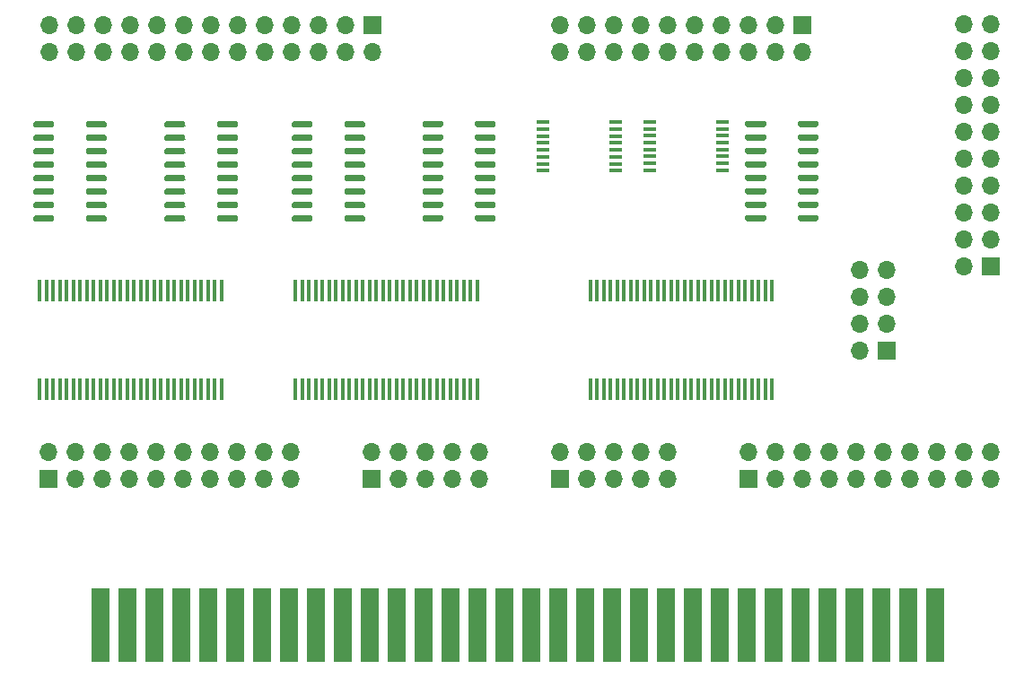
<source format=gts>
G04 #@! TF.GenerationSoftware,KiCad,Pcbnew,(5.1.12-1-10_14)*
G04 #@! TF.CreationDate,2022-01-01T14:19:29-07:00*
G04 #@! TF.ProjectId,GenMemBlock,47656e4d-656d-4426-9c6f-636b2e6b6963,rev?*
G04 #@! TF.SameCoordinates,Original*
G04 #@! TF.FileFunction,Soldermask,Top*
G04 #@! TF.FilePolarity,Negative*
%FSLAX46Y46*%
G04 Gerber Fmt 4.6, Leading zero omitted, Abs format (unit mm)*
G04 Created by KiCad (PCBNEW (5.1.12-1-10_14)) date 2022-01-01 14:19:29*
%MOMM*%
%LPD*%
G01*
G04 APERTURE LIST*
%ADD10O,1.700000X1.700000*%
%ADD11R,1.700000X1.700000*%
%ADD12R,1.778000X6.985000*%
%ADD13R,1.200000X0.400000*%
%ADD14R,0.406400X2.044700*%
G04 APERTURE END LIST*
D10*
X112268000Y-97282000D03*
X114808000Y-97282000D03*
X112268000Y-99822000D03*
X114808000Y-99822000D03*
X112268000Y-102362000D03*
X114808000Y-102362000D03*
X112268000Y-104902000D03*
D11*
X114808000Y-104902000D03*
D12*
X119380000Y-130810000D03*
X116840000Y-130810000D03*
X114300000Y-130810000D03*
X111760000Y-130810000D03*
X109220000Y-130810000D03*
X106680000Y-130810000D03*
X104140000Y-130810000D03*
X101600000Y-130810000D03*
X99060000Y-130810000D03*
X96520000Y-130810000D03*
X93980000Y-130810000D03*
X91440000Y-130810000D03*
X88900000Y-130810000D03*
X86360000Y-130810000D03*
X83820000Y-130810000D03*
X81280000Y-130810000D03*
X78740000Y-130810000D03*
X76200000Y-130810000D03*
X73660000Y-130810000D03*
X71120000Y-130810000D03*
X68580000Y-130810000D03*
X66040000Y-130810000D03*
X63500000Y-130810000D03*
X60960000Y-130810000D03*
X58420000Y-130810000D03*
X55880000Y-130810000D03*
X53340000Y-130810000D03*
X50800000Y-130810000D03*
X48260000Y-130810000D03*
X45720000Y-130810000D03*
X43180000Y-130810000D03*
X40640000Y-130810000D03*
D13*
X99309600Y-83335200D03*
X99309600Y-83985200D03*
X99309600Y-84635200D03*
X99309600Y-85285200D03*
X99309600Y-85935200D03*
X99309600Y-86585200D03*
X99309600Y-87235200D03*
X99309600Y-87885200D03*
X92409600Y-87885200D03*
X92409600Y-87235200D03*
X92409600Y-86585200D03*
X92409600Y-85935200D03*
X92409600Y-85285200D03*
X92409600Y-84635200D03*
X92409600Y-83985200D03*
X92409600Y-83335200D03*
X89200400Y-83373800D03*
X89200400Y-84023800D03*
X89200400Y-84673800D03*
X89200400Y-85323800D03*
X89200400Y-85973800D03*
X89200400Y-86623800D03*
X89200400Y-87273800D03*
X89200400Y-87923800D03*
X82300400Y-87923800D03*
X82300400Y-87273800D03*
X82300400Y-86623800D03*
X82300400Y-85973800D03*
X82300400Y-85323800D03*
X82300400Y-84673800D03*
X82300400Y-84023800D03*
X82300400Y-83373800D03*
D14*
X103944500Y-108553250D03*
X103309500Y-108553250D03*
X102674500Y-108553250D03*
X102039500Y-108553250D03*
X101404500Y-108553250D03*
X100769500Y-108553250D03*
X100134500Y-108553250D03*
X99499500Y-108553250D03*
X98864500Y-108553250D03*
X98229500Y-108553250D03*
X97594500Y-108553250D03*
X96959500Y-108553250D03*
X96324500Y-108553250D03*
X95689500Y-108553250D03*
X95054500Y-108553250D03*
X94419500Y-108553250D03*
X93784500Y-108553250D03*
X93149500Y-108553250D03*
X92514500Y-108553250D03*
X91879500Y-108553250D03*
X91244500Y-108553250D03*
X90609500Y-108553250D03*
X89974500Y-108553250D03*
X89339500Y-108553250D03*
X88704500Y-108553250D03*
X88069500Y-108553250D03*
X87434500Y-108553250D03*
X86799500Y-108553250D03*
X86799500Y-99218750D03*
X87434500Y-99218750D03*
X88069500Y-99218750D03*
X88704500Y-99218750D03*
X89339500Y-99218750D03*
X89974500Y-99218750D03*
X90609500Y-99218750D03*
X91244500Y-99218750D03*
X91879500Y-99218750D03*
X92514500Y-99218750D03*
X93149500Y-99218750D03*
X93784500Y-99218750D03*
X94419500Y-99218750D03*
X95054500Y-99218750D03*
X95689500Y-99218750D03*
X96324500Y-99218750D03*
X96959500Y-99218750D03*
X97594500Y-99218750D03*
X98229500Y-99218750D03*
X98864500Y-99218750D03*
X99499500Y-99218750D03*
X100134500Y-99218750D03*
X100769500Y-99218750D03*
X101404500Y-99218750D03*
X102039500Y-99218750D03*
X102674500Y-99218750D03*
X103309500Y-99218750D03*
X103944500Y-99218750D03*
X52006500Y-108553250D03*
X51371500Y-108553250D03*
X50736500Y-108553250D03*
X50101500Y-108553250D03*
X49466500Y-108553250D03*
X48831500Y-108553250D03*
X48196500Y-108553250D03*
X47561500Y-108553250D03*
X46926500Y-108553250D03*
X46291500Y-108553250D03*
X45656500Y-108553250D03*
X45021500Y-108553250D03*
X44386500Y-108553250D03*
X43751500Y-108553250D03*
X43116500Y-108553250D03*
X42481500Y-108553250D03*
X41846500Y-108553250D03*
X41211500Y-108553250D03*
X40576500Y-108553250D03*
X39941500Y-108553250D03*
X39306500Y-108553250D03*
X38671500Y-108553250D03*
X38036500Y-108553250D03*
X37401500Y-108553250D03*
X36766500Y-108553250D03*
X36131500Y-108553250D03*
X35496500Y-108553250D03*
X34861500Y-108553250D03*
X34861500Y-99218750D03*
X35496500Y-99218750D03*
X36131500Y-99218750D03*
X36766500Y-99218750D03*
X37401500Y-99218750D03*
X38036500Y-99218750D03*
X38671500Y-99218750D03*
X39306500Y-99218750D03*
X39941500Y-99218750D03*
X40576500Y-99218750D03*
X41211500Y-99218750D03*
X41846500Y-99218750D03*
X42481500Y-99218750D03*
X43116500Y-99218750D03*
X43751500Y-99218750D03*
X44386500Y-99218750D03*
X45021500Y-99218750D03*
X45656500Y-99218750D03*
X46291500Y-99218750D03*
X46926500Y-99218750D03*
X47561500Y-99218750D03*
X48196500Y-99218750D03*
X48831500Y-99218750D03*
X49466500Y-99218750D03*
X50101500Y-99218750D03*
X50736500Y-99218750D03*
X51371500Y-99218750D03*
X52006500Y-99218750D03*
X76139900Y-108553250D03*
X75504900Y-108553250D03*
X74869900Y-108553250D03*
X74234900Y-108553250D03*
X73599900Y-108553250D03*
X72964900Y-108553250D03*
X72329900Y-108553250D03*
X71694900Y-108553250D03*
X71059900Y-108553250D03*
X70424900Y-108553250D03*
X69789900Y-108553250D03*
X69154900Y-108553250D03*
X68519900Y-108553250D03*
X67884900Y-108553250D03*
X67249900Y-108553250D03*
X66614900Y-108553250D03*
X65979900Y-108553250D03*
X65344900Y-108553250D03*
X64709900Y-108553250D03*
X64074900Y-108553250D03*
X63439900Y-108553250D03*
X62804900Y-108553250D03*
X62169900Y-108553250D03*
X61534900Y-108553250D03*
X60899900Y-108553250D03*
X60264900Y-108553250D03*
X59629900Y-108553250D03*
X58994900Y-108553250D03*
X58994900Y-99218750D03*
X59629900Y-99218750D03*
X60264900Y-99218750D03*
X60899900Y-99218750D03*
X61534900Y-99218750D03*
X62169900Y-99218750D03*
X62804900Y-99218750D03*
X63439900Y-99218750D03*
X64074900Y-99218750D03*
X64709900Y-99218750D03*
X65344900Y-99218750D03*
X65979900Y-99218750D03*
X66614900Y-99218750D03*
X67249900Y-99218750D03*
X67884900Y-99218750D03*
X68519900Y-99218750D03*
X69154900Y-99218750D03*
X69789900Y-99218750D03*
X70424900Y-99218750D03*
X71059900Y-99218750D03*
X71694900Y-99218750D03*
X72329900Y-99218750D03*
X72964900Y-99218750D03*
X73599900Y-99218750D03*
X74234900Y-99218750D03*
X74869900Y-99218750D03*
X75504900Y-99218750D03*
X76139900Y-99218750D03*
D10*
X35789000Y-76690000D03*
X35789000Y-74150000D03*
X38329000Y-76690000D03*
X38329000Y-74150000D03*
X40869000Y-76690000D03*
X40869000Y-74150000D03*
X43409000Y-76690000D03*
X43409000Y-74150000D03*
X45949000Y-76690000D03*
X45949000Y-74150000D03*
X48489000Y-76690000D03*
X48489000Y-74150000D03*
X51029000Y-76690000D03*
X51029000Y-74150000D03*
X53569000Y-76690000D03*
X53569000Y-74150000D03*
X56109000Y-76690000D03*
X56109000Y-74150000D03*
X58649000Y-76690000D03*
X58649000Y-74150000D03*
X61189000Y-76690000D03*
X61189000Y-74150000D03*
X63729000Y-76690000D03*
X63729000Y-74150000D03*
X66269000Y-76690000D03*
D11*
X66269000Y-74150000D03*
D10*
X76327000Y-114503200D03*
X76327000Y-117043200D03*
X73787000Y-114503200D03*
X73787000Y-117043200D03*
X71247000Y-114503200D03*
X71247000Y-117043200D03*
X68707000Y-114503200D03*
X68707000Y-117043200D03*
X66167000Y-114503200D03*
D11*
X66167000Y-117043200D03*
D10*
X94107000Y-114503200D03*
X94107000Y-117043200D03*
X91567000Y-114503200D03*
X91567000Y-117043200D03*
X89027000Y-114503200D03*
X89027000Y-117043200D03*
X86487000Y-114503200D03*
X86487000Y-117043200D03*
X83947000Y-114503200D03*
D11*
X83947000Y-117043200D03*
D10*
X124587000Y-114503200D03*
X124587000Y-117043200D03*
X122047000Y-114503200D03*
X122047000Y-117043200D03*
X119507000Y-114503200D03*
X119507000Y-117043200D03*
X116967000Y-114503200D03*
X116967000Y-117043200D03*
X114427000Y-114503200D03*
X114427000Y-117043200D03*
X111887000Y-114503200D03*
X111887000Y-117043200D03*
X109347000Y-114503200D03*
X109347000Y-117043200D03*
X106807000Y-114503200D03*
X106807000Y-117043200D03*
X104267000Y-114503200D03*
X104267000Y-117043200D03*
X101727000Y-114503200D03*
D11*
X101727000Y-117043200D03*
D10*
X58572400Y-114503200D03*
X58572400Y-117043200D03*
X56032400Y-114503200D03*
X56032400Y-117043200D03*
X53492400Y-114503200D03*
X53492400Y-117043200D03*
X50952400Y-114503200D03*
X50952400Y-117043200D03*
X48412400Y-114503200D03*
X48412400Y-117043200D03*
X45872400Y-114503200D03*
X45872400Y-117043200D03*
X43332400Y-114503200D03*
X43332400Y-117043200D03*
X40792400Y-114503200D03*
X40792400Y-117043200D03*
X38252400Y-114503200D03*
X38252400Y-117043200D03*
X35712400Y-114503200D03*
D11*
X35712400Y-117043200D03*
D10*
X83921600Y-76690000D03*
X83921600Y-74150000D03*
X86461600Y-76690000D03*
X86461600Y-74150000D03*
X89001600Y-76690000D03*
X89001600Y-74150000D03*
X91541600Y-76690000D03*
X91541600Y-74150000D03*
X94081600Y-76690000D03*
X94081600Y-74150000D03*
X96621600Y-76690000D03*
X96621600Y-74150000D03*
X99161600Y-76690000D03*
X99161600Y-74150000D03*
X101701600Y-76690000D03*
X101701600Y-74150000D03*
X104241600Y-76690000D03*
X104241600Y-74150000D03*
X106781600Y-76690000D03*
D11*
X106781600Y-74150000D03*
D10*
X122037000Y-74140000D03*
X124577000Y-74140000D03*
X122037000Y-76680000D03*
X124577000Y-76680000D03*
X122037000Y-79220000D03*
X124577000Y-79220000D03*
X122037000Y-81760000D03*
X124577000Y-81760000D03*
X122037000Y-84300000D03*
X124577000Y-84300000D03*
X122037000Y-86840000D03*
X124577000Y-86840000D03*
X122037000Y-89380000D03*
X124577000Y-89380000D03*
X122037000Y-91920000D03*
X124577000Y-91920000D03*
X122037000Y-94460000D03*
X124577000Y-94460000D03*
X122037000Y-97000000D03*
D11*
X124577000Y-97000000D03*
G36*
G01*
X39219000Y-83716000D02*
X39219000Y-83416000D01*
G75*
G02*
X39369000Y-83266000I150000J0D01*
G01*
X41019000Y-83266000D01*
G75*
G02*
X41169000Y-83416000I0J-150000D01*
G01*
X41169000Y-83716000D01*
G75*
G02*
X41019000Y-83866000I-150000J0D01*
G01*
X39369000Y-83866000D01*
G75*
G02*
X39219000Y-83716000I0J150000D01*
G01*
G37*
G36*
G01*
X39219000Y-84986000D02*
X39219000Y-84686000D01*
G75*
G02*
X39369000Y-84536000I150000J0D01*
G01*
X41019000Y-84536000D01*
G75*
G02*
X41169000Y-84686000I0J-150000D01*
G01*
X41169000Y-84986000D01*
G75*
G02*
X41019000Y-85136000I-150000J0D01*
G01*
X39369000Y-85136000D01*
G75*
G02*
X39219000Y-84986000I0J150000D01*
G01*
G37*
G36*
G01*
X39219000Y-86256000D02*
X39219000Y-85956000D01*
G75*
G02*
X39369000Y-85806000I150000J0D01*
G01*
X41019000Y-85806000D01*
G75*
G02*
X41169000Y-85956000I0J-150000D01*
G01*
X41169000Y-86256000D01*
G75*
G02*
X41019000Y-86406000I-150000J0D01*
G01*
X39369000Y-86406000D01*
G75*
G02*
X39219000Y-86256000I0J150000D01*
G01*
G37*
G36*
G01*
X39219000Y-87526000D02*
X39219000Y-87226000D01*
G75*
G02*
X39369000Y-87076000I150000J0D01*
G01*
X41019000Y-87076000D01*
G75*
G02*
X41169000Y-87226000I0J-150000D01*
G01*
X41169000Y-87526000D01*
G75*
G02*
X41019000Y-87676000I-150000J0D01*
G01*
X39369000Y-87676000D01*
G75*
G02*
X39219000Y-87526000I0J150000D01*
G01*
G37*
G36*
G01*
X39219000Y-88796000D02*
X39219000Y-88496000D01*
G75*
G02*
X39369000Y-88346000I150000J0D01*
G01*
X41019000Y-88346000D01*
G75*
G02*
X41169000Y-88496000I0J-150000D01*
G01*
X41169000Y-88796000D01*
G75*
G02*
X41019000Y-88946000I-150000J0D01*
G01*
X39369000Y-88946000D01*
G75*
G02*
X39219000Y-88796000I0J150000D01*
G01*
G37*
G36*
G01*
X39219000Y-90066000D02*
X39219000Y-89766000D01*
G75*
G02*
X39369000Y-89616000I150000J0D01*
G01*
X41019000Y-89616000D01*
G75*
G02*
X41169000Y-89766000I0J-150000D01*
G01*
X41169000Y-90066000D01*
G75*
G02*
X41019000Y-90216000I-150000J0D01*
G01*
X39369000Y-90216000D01*
G75*
G02*
X39219000Y-90066000I0J150000D01*
G01*
G37*
G36*
G01*
X39219000Y-91336000D02*
X39219000Y-91036000D01*
G75*
G02*
X39369000Y-90886000I150000J0D01*
G01*
X41019000Y-90886000D01*
G75*
G02*
X41169000Y-91036000I0J-150000D01*
G01*
X41169000Y-91336000D01*
G75*
G02*
X41019000Y-91486000I-150000J0D01*
G01*
X39369000Y-91486000D01*
G75*
G02*
X39219000Y-91336000I0J150000D01*
G01*
G37*
G36*
G01*
X39219000Y-92606000D02*
X39219000Y-92306000D01*
G75*
G02*
X39369000Y-92156000I150000J0D01*
G01*
X41019000Y-92156000D01*
G75*
G02*
X41169000Y-92306000I0J-150000D01*
G01*
X41169000Y-92606000D01*
G75*
G02*
X41019000Y-92756000I-150000J0D01*
G01*
X39369000Y-92756000D01*
G75*
G02*
X39219000Y-92606000I0J150000D01*
G01*
G37*
G36*
G01*
X34269000Y-92606000D02*
X34269000Y-92306000D01*
G75*
G02*
X34419000Y-92156000I150000J0D01*
G01*
X36069000Y-92156000D01*
G75*
G02*
X36219000Y-92306000I0J-150000D01*
G01*
X36219000Y-92606000D01*
G75*
G02*
X36069000Y-92756000I-150000J0D01*
G01*
X34419000Y-92756000D01*
G75*
G02*
X34269000Y-92606000I0J150000D01*
G01*
G37*
G36*
G01*
X34269000Y-91336000D02*
X34269000Y-91036000D01*
G75*
G02*
X34419000Y-90886000I150000J0D01*
G01*
X36069000Y-90886000D01*
G75*
G02*
X36219000Y-91036000I0J-150000D01*
G01*
X36219000Y-91336000D01*
G75*
G02*
X36069000Y-91486000I-150000J0D01*
G01*
X34419000Y-91486000D01*
G75*
G02*
X34269000Y-91336000I0J150000D01*
G01*
G37*
G36*
G01*
X34269000Y-90066000D02*
X34269000Y-89766000D01*
G75*
G02*
X34419000Y-89616000I150000J0D01*
G01*
X36069000Y-89616000D01*
G75*
G02*
X36219000Y-89766000I0J-150000D01*
G01*
X36219000Y-90066000D01*
G75*
G02*
X36069000Y-90216000I-150000J0D01*
G01*
X34419000Y-90216000D01*
G75*
G02*
X34269000Y-90066000I0J150000D01*
G01*
G37*
G36*
G01*
X34269000Y-88796000D02*
X34269000Y-88496000D01*
G75*
G02*
X34419000Y-88346000I150000J0D01*
G01*
X36069000Y-88346000D01*
G75*
G02*
X36219000Y-88496000I0J-150000D01*
G01*
X36219000Y-88796000D01*
G75*
G02*
X36069000Y-88946000I-150000J0D01*
G01*
X34419000Y-88946000D01*
G75*
G02*
X34269000Y-88796000I0J150000D01*
G01*
G37*
G36*
G01*
X34269000Y-87526000D02*
X34269000Y-87226000D01*
G75*
G02*
X34419000Y-87076000I150000J0D01*
G01*
X36069000Y-87076000D01*
G75*
G02*
X36219000Y-87226000I0J-150000D01*
G01*
X36219000Y-87526000D01*
G75*
G02*
X36069000Y-87676000I-150000J0D01*
G01*
X34419000Y-87676000D01*
G75*
G02*
X34269000Y-87526000I0J150000D01*
G01*
G37*
G36*
G01*
X34269000Y-86256000D02*
X34269000Y-85956000D01*
G75*
G02*
X34419000Y-85806000I150000J0D01*
G01*
X36069000Y-85806000D01*
G75*
G02*
X36219000Y-85956000I0J-150000D01*
G01*
X36219000Y-86256000D01*
G75*
G02*
X36069000Y-86406000I-150000J0D01*
G01*
X34419000Y-86406000D01*
G75*
G02*
X34269000Y-86256000I0J150000D01*
G01*
G37*
G36*
G01*
X34269000Y-84986000D02*
X34269000Y-84686000D01*
G75*
G02*
X34419000Y-84536000I150000J0D01*
G01*
X36069000Y-84536000D01*
G75*
G02*
X36219000Y-84686000I0J-150000D01*
G01*
X36219000Y-84986000D01*
G75*
G02*
X36069000Y-85136000I-150000J0D01*
G01*
X34419000Y-85136000D01*
G75*
G02*
X34269000Y-84986000I0J150000D01*
G01*
G37*
G36*
G01*
X34269000Y-83716000D02*
X34269000Y-83416000D01*
G75*
G02*
X34419000Y-83266000I150000J0D01*
G01*
X36069000Y-83266000D01*
G75*
G02*
X36219000Y-83416000I0J-150000D01*
G01*
X36219000Y-83716000D01*
G75*
G02*
X36069000Y-83866000I-150000J0D01*
G01*
X34419000Y-83866000D01*
G75*
G02*
X34269000Y-83716000I0J150000D01*
G01*
G37*
G36*
G01*
X63615700Y-83716000D02*
X63615700Y-83416000D01*
G75*
G02*
X63765700Y-83266000I150000J0D01*
G01*
X65415700Y-83266000D01*
G75*
G02*
X65565700Y-83416000I0J-150000D01*
G01*
X65565700Y-83716000D01*
G75*
G02*
X65415700Y-83866000I-150000J0D01*
G01*
X63765700Y-83866000D01*
G75*
G02*
X63615700Y-83716000I0J150000D01*
G01*
G37*
G36*
G01*
X63615700Y-84986000D02*
X63615700Y-84686000D01*
G75*
G02*
X63765700Y-84536000I150000J0D01*
G01*
X65415700Y-84536000D01*
G75*
G02*
X65565700Y-84686000I0J-150000D01*
G01*
X65565700Y-84986000D01*
G75*
G02*
X65415700Y-85136000I-150000J0D01*
G01*
X63765700Y-85136000D01*
G75*
G02*
X63615700Y-84986000I0J150000D01*
G01*
G37*
G36*
G01*
X63615700Y-86256000D02*
X63615700Y-85956000D01*
G75*
G02*
X63765700Y-85806000I150000J0D01*
G01*
X65415700Y-85806000D01*
G75*
G02*
X65565700Y-85956000I0J-150000D01*
G01*
X65565700Y-86256000D01*
G75*
G02*
X65415700Y-86406000I-150000J0D01*
G01*
X63765700Y-86406000D01*
G75*
G02*
X63615700Y-86256000I0J150000D01*
G01*
G37*
G36*
G01*
X63615700Y-87526000D02*
X63615700Y-87226000D01*
G75*
G02*
X63765700Y-87076000I150000J0D01*
G01*
X65415700Y-87076000D01*
G75*
G02*
X65565700Y-87226000I0J-150000D01*
G01*
X65565700Y-87526000D01*
G75*
G02*
X65415700Y-87676000I-150000J0D01*
G01*
X63765700Y-87676000D01*
G75*
G02*
X63615700Y-87526000I0J150000D01*
G01*
G37*
G36*
G01*
X63615700Y-88796000D02*
X63615700Y-88496000D01*
G75*
G02*
X63765700Y-88346000I150000J0D01*
G01*
X65415700Y-88346000D01*
G75*
G02*
X65565700Y-88496000I0J-150000D01*
G01*
X65565700Y-88796000D01*
G75*
G02*
X65415700Y-88946000I-150000J0D01*
G01*
X63765700Y-88946000D01*
G75*
G02*
X63615700Y-88796000I0J150000D01*
G01*
G37*
G36*
G01*
X63615700Y-90066000D02*
X63615700Y-89766000D01*
G75*
G02*
X63765700Y-89616000I150000J0D01*
G01*
X65415700Y-89616000D01*
G75*
G02*
X65565700Y-89766000I0J-150000D01*
G01*
X65565700Y-90066000D01*
G75*
G02*
X65415700Y-90216000I-150000J0D01*
G01*
X63765700Y-90216000D01*
G75*
G02*
X63615700Y-90066000I0J150000D01*
G01*
G37*
G36*
G01*
X63615700Y-91336000D02*
X63615700Y-91036000D01*
G75*
G02*
X63765700Y-90886000I150000J0D01*
G01*
X65415700Y-90886000D01*
G75*
G02*
X65565700Y-91036000I0J-150000D01*
G01*
X65565700Y-91336000D01*
G75*
G02*
X65415700Y-91486000I-150000J0D01*
G01*
X63765700Y-91486000D01*
G75*
G02*
X63615700Y-91336000I0J150000D01*
G01*
G37*
G36*
G01*
X63615700Y-92606000D02*
X63615700Y-92306000D01*
G75*
G02*
X63765700Y-92156000I150000J0D01*
G01*
X65415700Y-92156000D01*
G75*
G02*
X65565700Y-92306000I0J-150000D01*
G01*
X65565700Y-92606000D01*
G75*
G02*
X65415700Y-92756000I-150000J0D01*
G01*
X63765700Y-92756000D01*
G75*
G02*
X63615700Y-92606000I0J150000D01*
G01*
G37*
G36*
G01*
X58665700Y-92606000D02*
X58665700Y-92306000D01*
G75*
G02*
X58815700Y-92156000I150000J0D01*
G01*
X60465700Y-92156000D01*
G75*
G02*
X60615700Y-92306000I0J-150000D01*
G01*
X60615700Y-92606000D01*
G75*
G02*
X60465700Y-92756000I-150000J0D01*
G01*
X58815700Y-92756000D01*
G75*
G02*
X58665700Y-92606000I0J150000D01*
G01*
G37*
G36*
G01*
X58665700Y-91336000D02*
X58665700Y-91036000D01*
G75*
G02*
X58815700Y-90886000I150000J0D01*
G01*
X60465700Y-90886000D01*
G75*
G02*
X60615700Y-91036000I0J-150000D01*
G01*
X60615700Y-91336000D01*
G75*
G02*
X60465700Y-91486000I-150000J0D01*
G01*
X58815700Y-91486000D01*
G75*
G02*
X58665700Y-91336000I0J150000D01*
G01*
G37*
G36*
G01*
X58665700Y-90066000D02*
X58665700Y-89766000D01*
G75*
G02*
X58815700Y-89616000I150000J0D01*
G01*
X60465700Y-89616000D01*
G75*
G02*
X60615700Y-89766000I0J-150000D01*
G01*
X60615700Y-90066000D01*
G75*
G02*
X60465700Y-90216000I-150000J0D01*
G01*
X58815700Y-90216000D01*
G75*
G02*
X58665700Y-90066000I0J150000D01*
G01*
G37*
G36*
G01*
X58665700Y-88796000D02*
X58665700Y-88496000D01*
G75*
G02*
X58815700Y-88346000I150000J0D01*
G01*
X60465700Y-88346000D01*
G75*
G02*
X60615700Y-88496000I0J-150000D01*
G01*
X60615700Y-88796000D01*
G75*
G02*
X60465700Y-88946000I-150000J0D01*
G01*
X58815700Y-88946000D01*
G75*
G02*
X58665700Y-88796000I0J150000D01*
G01*
G37*
G36*
G01*
X58665700Y-87526000D02*
X58665700Y-87226000D01*
G75*
G02*
X58815700Y-87076000I150000J0D01*
G01*
X60465700Y-87076000D01*
G75*
G02*
X60615700Y-87226000I0J-150000D01*
G01*
X60615700Y-87526000D01*
G75*
G02*
X60465700Y-87676000I-150000J0D01*
G01*
X58815700Y-87676000D01*
G75*
G02*
X58665700Y-87526000I0J150000D01*
G01*
G37*
G36*
G01*
X58665700Y-86256000D02*
X58665700Y-85956000D01*
G75*
G02*
X58815700Y-85806000I150000J0D01*
G01*
X60465700Y-85806000D01*
G75*
G02*
X60615700Y-85956000I0J-150000D01*
G01*
X60615700Y-86256000D01*
G75*
G02*
X60465700Y-86406000I-150000J0D01*
G01*
X58815700Y-86406000D01*
G75*
G02*
X58665700Y-86256000I0J150000D01*
G01*
G37*
G36*
G01*
X58665700Y-84986000D02*
X58665700Y-84686000D01*
G75*
G02*
X58815700Y-84536000I150000J0D01*
G01*
X60465700Y-84536000D01*
G75*
G02*
X60615700Y-84686000I0J-150000D01*
G01*
X60615700Y-84986000D01*
G75*
G02*
X60465700Y-85136000I-150000J0D01*
G01*
X58815700Y-85136000D01*
G75*
G02*
X58665700Y-84986000I0J150000D01*
G01*
G37*
G36*
G01*
X58665700Y-83716000D02*
X58665700Y-83416000D01*
G75*
G02*
X58815700Y-83266000I150000J0D01*
G01*
X60465700Y-83266000D01*
G75*
G02*
X60615700Y-83416000I0J-150000D01*
G01*
X60615700Y-83716000D01*
G75*
G02*
X60465700Y-83866000I-150000J0D01*
G01*
X58815700Y-83866000D01*
G75*
G02*
X58665700Y-83716000I0J150000D01*
G01*
G37*
G36*
G01*
X51601500Y-83716000D02*
X51601500Y-83416000D01*
G75*
G02*
X51751500Y-83266000I150000J0D01*
G01*
X53401500Y-83266000D01*
G75*
G02*
X53551500Y-83416000I0J-150000D01*
G01*
X53551500Y-83716000D01*
G75*
G02*
X53401500Y-83866000I-150000J0D01*
G01*
X51751500Y-83866000D01*
G75*
G02*
X51601500Y-83716000I0J150000D01*
G01*
G37*
G36*
G01*
X51601500Y-84986000D02*
X51601500Y-84686000D01*
G75*
G02*
X51751500Y-84536000I150000J0D01*
G01*
X53401500Y-84536000D01*
G75*
G02*
X53551500Y-84686000I0J-150000D01*
G01*
X53551500Y-84986000D01*
G75*
G02*
X53401500Y-85136000I-150000J0D01*
G01*
X51751500Y-85136000D01*
G75*
G02*
X51601500Y-84986000I0J150000D01*
G01*
G37*
G36*
G01*
X51601500Y-86256000D02*
X51601500Y-85956000D01*
G75*
G02*
X51751500Y-85806000I150000J0D01*
G01*
X53401500Y-85806000D01*
G75*
G02*
X53551500Y-85956000I0J-150000D01*
G01*
X53551500Y-86256000D01*
G75*
G02*
X53401500Y-86406000I-150000J0D01*
G01*
X51751500Y-86406000D01*
G75*
G02*
X51601500Y-86256000I0J150000D01*
G01*
G37*
G36*
G01*
X51601500Y-87526000D02*
X51601500Y-87226000D01*
G75*
G02*
X51751500Y-87076000I150000J0D01*
G01*
X53401500Y-87076000D01*
G75*
G02*
X53551500Y-87226000I0J-150000D01*
G01*
X53551500Y-87526000D01*
G75*
G02*
X53401500Y-87676000I-150000J0D01*
G01*
X51751500Y-87676000D01*
G75*
G02*
X51601500Y-87526000I0J150000D01*
G01*
G37*
G36*
G01*
X51601500Y-88796000D02*
X51601500Y-88496000D01*
G75*
G02*
X51751500Y-88346000I150000J0D01*
G01*
X53401500Y-88346000D01*
G75*
G02*
X53551500Y-88496000I0J-150000D01*
G01*
X53551500Y-88796000D01*
G75*
G02*
X53401500Y-88946000I-150000J0D01*
G01*
X51751500Y-88946000D01*
G75*
G02*
X51601500Y-88796000I0J150000D01*
G01*
G37*
G36*
G01*
X51601500Y-90066000D02*
X51601500Y-89766000D01*
G75*
G02*
X51751500Y-89616000I150000J0D01*
G01*
X53401500Y-89616000D01*
G75*
G02*
X53551500Y-89766000I0J-150000D01*
G01*
X53551500Y-90066000D01*
G75*
G02*
X53401500Y-90216000I-150000J0D01*
G01*
X51751500Y-90216000D01*
G75*
G02*
X51601500Y-90066000I0J150000D01*
G01*
G37*
G36*
G01*
X51601500Y-91336000D02*
X51601500Y-91036000D01*
G75*
G02*
X51751500Y-90886000I150000J0D01*
G01*
X53401500Y-90886000D01*
G75*
G02*
X53551500Y-91036000I0J-150000D01*
G01*
X53551500Y-91336000D01*
G75*
G02*
X53401500Y-91486000I-150000J0D01*
G01*
X51751500Y-91486000D01*
G75*
G02*
X51601500Y-91336000I0J150000D01*
G01*
G37*
G36*
G01*
X51601500Y-92606000D02*
X51601500Y-92306000D01*
G75*
G02*
X51751500Y-92156000I150000J0D01*
G01*
X53401500Y-92156000D01*
G75*
G02*
X53551500Y-92306000I0J-150000D01*
G01*
X53551500Y-92606000D01*
G75*
G02*
X53401500Y-92756000I-150000J0D01*
G01*
X51751500Y-92756000D01*
G75*
G02*
X51601500Y-92606000I0J150000D01*
G01*
G37*
G36*
G01*
X46651500Y-92606000D02*
X46651500Y-92306000D01*
G75*
G02*
X46801500Y-92156000I150000J0D01*
G01*
X48451500Y-92156000D01*
G75*
G02*
X48601500Y-92306000I0J-150000D01*
G01*
X48601500Y-92606000D01*
G75*
G02*
X48451500Y-92756000I-150000J0D01*
G01*
X46801500Y-92756000D01*
G75*
G02*
X46651500Y-92606000I0J150000D01*
G01*
G37*
G36*
G01*
X46651500Y-91336000D02*
X46651500Y-91036000D01*
G75*
G02*
X46801500Y-90886000I150000J0D01*
G01*
X48451500Y-90886000D01*
G75*
G02*
X48601500Y-91036000I0J-150000D01*
G01*
X48601500Y-91336000D01*
G75*
G02*
X48451500Y-91486000I-150000J0D01*
G01*
X46801500Y-91486000D01*
G75*
G02*
X46651500Y-91336000I0J150000D01*
G01*
G37*
G36*
G01*
X46651500Y-90066000D02*
X46651500Y-89766000D01*
G75*
G02*
X46801500Y-89616000I150000J0D01*
G01*
X48451500Y-89616000D01*
G75*
G02*
X48601500Y-89766000I0J-150000D01*
G01*
X48601500Y-90066000D01*
G75*
G02*
X48451500Y-90216000I-150000J0D01*
G01*
X46801500Y-90216000D01*
G75*
G02*
X46651500Y-90066000I0J150000D01*
G01*
G37*
G36*
G01*
X46651500Y-88796000D02*
X46651500Y-88496000D01*
G75*
G02*
X46801500Y-88346000I150000J0D01*
G01*
X48451500Y-88346000D01*
G75*
G02*
X48601500Y-88496000I0J-150000D01*
G01*
X48601500Y-88796000D01*
G75*
G02*
X48451500Y-88946000I-150000J0D01*
G01*
X46801500Y-88946000D01*
G75*
G02*
X46651500Y-88796000I0J150000D01*
G01*
G37*
G36*
G01*
X46651500Y-87526000D02*
X46651500Y-87226000D01*
G75*
G02*
X46801500Y-87076000I150000J0D01*
G01*
X48451500Y-87076000D01*
G75*
G02*
X48601500Y-87226000I0J-150000D01*
G01*
X48601500Y-87526000D01*
G75*
G02*
X48451500Y-87676000I-150000J0D01*
G01*
X46801500Y-87676000D01*
G75*
G02*
X46651500Y-87526000I0J150000D01*
G01*
G37*
G36*
G01*
X46651500Y-86256000D02*
X46651500Y-85956000D01*
G75*
G02*
X46801500Y-85806000I150000J0D01*
G01*
X48451500Y-85806000D01*
G75*
G02*
X48601500Y-85956000I0J-150000D01*
G01*
X48601500Y-86256000D01*
G75*
G02*
X48451500Y-86406000I-150000J0D01*
G01*
X46801500Y-86406000D01*
G75*
G02*
X46651500Y-86256000I0J150000D01*
G01*
G37*
G36*
G01*
X46651500Y-84986000D02*
X46651500Y-84686000D01*
G75*
G02*
X46801500Y-84536000I150000J0D01*
G01*
X48451500Y-84536000D01*
G75*
G02*
X48601500Y-84686000I0J-150000D01*
G01*
X48601500Y-84986000D01*
G75*
G02*
X48451500Y-85136000I-150000J0D01*
G01*
X46801500Y-85136000D01*
G75*
G02*
X46651500Y-84986000I0J150000D01*
G01*
G37*
G36*
G01*
X46651500Y-83716000D02*
X46651500Y-83416000D01*
G75*
G02*
X46801500Y-83266000I150000J0D01*
G01*
X48451500Y-83266000D01*
G75*
G02*
X48601500Y-83416000I0J-150000D01*
G01*
X48601500Y-83716000D01*
G75*
G02*
X48451500Y-83866000I-150000J0D01*
G01*
X46801500Y-83866000D01*
G75*
G02*
X46651500Y-83716000I0J150000D01*
G01*
G37*
G36*
G01*
X75922000Y-83665200D02*
X75922000Y-83365200D01*
G75*
G02*
X76072000Y-83215200I150000J0D01*
G01*
X77722000Y-83215200D01*
G75*
G02*
X77872000Y-83365200I0J-150000D01*
G01*
X77872000Y-83665200D01*
G75*
G02*
X77722000Y-83815200I-150000J0D01*
G01*
X76072000Y-83815200D01*
G75*
G02*
X75922000Y-83665200I0J150000D01*
G01*
G37*
G36*
G01*
X75922000Y-84935200D02*
X75922000Y-84635200D01*
G75*
G02*
X76072000Y-84485200I150000J0D01*
G01*
X77722000Y-84485200D01*
G75*
G02*
X77872000Y-84635200I0J-150000D01*
G01*
X77872000Y-84935200D01*
G75*
G02*
X77722000Y-85085200I-150000J0D01*
G01*
X76072000Y-85085200D01*
G75*
G02*
X75922000Y-84935200I0J150000D01*
G01*
G37*
G36*
G01*
X75922000Y-86205200D02*
X75922000Y-85905200D01*
G75*
G02*
X76072000Y-85755200I150000J0D01*
G01*
X77722000Y-85755200D01*
G75*
G02*
X77872000Y-85905200I0J-150000D01*
G01*
X77872000Y-86205200D01*
G75*
G02*
X77722000Y-86355200I-150000J0D01*
G01*
X76072000Y-86355200D01*
G75*
G02*
X75922000Y-86205200I0J150000D01*
G01*
G37*
G36*
G01*
X75922000Y-87475200D02*
X75922000Y-87175200D01*
G75*
G02*
X76072000Y-87025200I150000J0D01*
G01*
X77722000Y-87025200D01*
G75*
G02*
X77872000Y-87175200I0J-150000D01*
G01*
X77872000Y-87475200D01*
G75*
G02*
X77722000Y-87625200I-150000J0D01*
G01*
X76072000Y-87625200D01*
G75*
G02*
X75922000Y-87475200I0J150000D01*
G01*
G37*
G36*
G01*
X75922000Y-88745200D02*
X75922000Y-88445200D01*
G75*
G02*
X76072000Y-88295200I150000J0D01*
G01*
X77722000Y-88295200D01*
G75*
G02*
X77872000Y-88445200I0J-150000D01*
G01*
X77872000Y-88745200D01*
G75*
G02*
X77722000Y-88895200I-150000J0D01*
G01*
X76072000Y-88895200D01*
G75*
G02*
X75922000Y-88745200I0J150000D01*
G01*
G37*
G36*
G01*
X75922000Y-90015200D02*
X75922000Y-89715200D01*
G75*
G02*
X76072000Y-89565200I150000J0D01*
G01*
X77722000Y-89565200D01*
G75*
G02*
X77872000Y-89715200I0J-150000D01*
G01*
X77872000Y-90015200D01*
G75*
G02*
X77722000Y-90165200I-150000J0D01*
G01*
X76072000Y-90165200D01*
G75*
G02*
X75922000Y-90015200I0J150000D01*
G01*
G37*
G36*
G01*
X75922000Y-91285200D02*
X75922000Y-90985200D01*
G75*
G02*
X76072000Y-90835200I150000J0D01*
G01*
X77722000Y-90835200D01*
G75*
G02*
X77872000Y-90985200I0J-150000D01*
G01*
X77872000Y-91285200D01*
G75*
G02*
X77722000Y-91435200I-150000J0D01*
G01*
X76072000Y-91435200D01*
G75*
G02*
X75922000Y-91285200I0J150000D01*
G01*
G37*
G36*
G01*
X75922000Y-92555200D02*
X75922000Y-92255200D01*
G75*
G02*
X76072000Y-92105200I150000J0D01*
G01*
X77722000Y-92105200D01*
G75*
G02*
X77872000Y-92255200I0J-150000D01*
G01*
X77872000Y-92555200D01*
G75*
G02*
X77722000Y-92705200I-150000J0D01*
G01*
X76072000Y-92705200D01*
G75*
G02*
X75922000Y-92555200I0J150000D01*
G01*
G37*
G36*
G01*
X70972000Y-92555200D02*
X70972000Y-92255200D01*
G75*
G02*
X71122000Y-92105200I150000J0D01*
G01*
X72772000Y-92105200D01*
G75*
G02*
X72922000Y-92255200I0J-150000D01*
G01*
X72922000Y-92555200D01*
G75*
G02*
X72772000Y-92705200I-150000J0D01*
G01*
X71122000Y-92705200D01*
G75*
G02*
X70972000Y-92555200I0J150000D01*
G01*
G37*
G36*
G01*
X70972000Y-91285200D02*
X70972000Y-90985200D01*
G75*
G02*
X71122000Y-90835200I150000J0D01*
G01*
X72772000Y-90835200D01*
G75*
G02*
X72922000Y-90985200I0J-150000D01*
G01*
X72922000Y-91285200D01*
G75*
G02*
X72772000Y-91435200I-150000J0D01*
G01*
X71122000Y-91435200D01*
G75*
G02*
X70972000Y-91285200I0J150000D01*
G01*
G37*
G36*
G01*
X70972000Y-90015200D02*
X70972000Y-89715200D01*
G75*
G02*
X71122000Y-89565200I150000J0D01*
G01*
X72772000Y-89565200D01*
G75*
G02*
X72922000Y-89715200I0J-150000D01*
G01*
X72922000Y-90015200D01*
G75*
G02*
X72772000Y-90165200I-150000J0D01*
G01*
X71122000Y-90165200D01*
G75*
G02*
X70972000Y-90015200I0J150000D01*
G01*
G37*
G36*
G01*
X70972000Y-88745200D02*
X70972000Y-88445200D01*
G75*
G02*
X71122000Y-88295200I150000J0D01*
G01*
X72772000Y-88295200D01*
G75*
G02*
X72922000Y-88445200I0J-150000D01*
G01*
X72922000Y-88745200D01*
G75*
G02*
X72772000Y-88895200I-150000J0D01*
G01*
X71122000Y-88895200D01*
G75*
G02*
X70972000Y-88745200I0J150000D01*
G01*
G37*
G36*
G01*
X70972000Y-87475200D02*
X70972000Y-87175200D01*
G75*
G02*
X71122000Y-87025200I150000J0D01*
G01*
X72772000Y-87025200D01*
G75*
G02*
X72922000Y-87175200I0J-150000D01*
G01*
X72922000Y-87475200D01*
G75*
G02*
X72772000Y-87625200I-150000J0D01*
G01*
X71122000Y-87625200D01*
G75*
G02*
X70972000Y-87475200I0J150000D01*
G01*
G37*
G36*
G01*
X70972000Y-86205200D02*
X70972000Y-85905200D01*
G75*
G02*
X71122000Y-85755200I150000J0D01*
G01*
X72772000Y-85755200D01*
G75*
G02*
X72922000Y-85905200I0J-150000D01*
G01*
X72922000Y-86205200D01*
G75*
G02*
X72772000Y-86355200I-150000J0D01*
G01*
X71122000Y-86355200D01*
G75*
G02*
X70972000Y-86205200I0J150000D01*
G01*
G37*
G36*
G01*
X70972000Y-84935200D02*
X70972000Y-84635200D01*
G75*
G02*
X71122000Y-84485200I150000J0D01*
G01*
X72772000Y-84485200D01*
G75*
G02*
X72922000Y-84635200I0J-150000D01*
G01*
X72922000Y-84935200D01*
G75*
G02*
X72772000Y-85085200I-150000J0D01*
G01*
X71122000Y-85085200D01*
G75*
G02*
X70972000Y-84935200I0J150000D01*
G01*
G37*
G36*
G01*
X70972000Y-83665200D02*
X70972000Y-83365200D01*
G75*
G02*
X71122000Y-83215200I150000J0D01*
G01*
X72772000Y-83215200D01*
G75*
G02*
X72922000Y-83365200I0J-150000D01*
G01*
X72922000Y-83665200D01*
G75*
G02*
X72772000Y-83815200I-150000J0D01*
G01*
X71122000Y-83815200D01*
G75*
G02*
X70972000Y-83665200I0J150000D01*
G01*
G37*
G36*
G01*
X106381600Y-83665200D02*
X106381600Y-83365200D01*
G75*
G02*
X106531600Y-83215200I150000J0D01*
G01*
X108181600Y-83215200D01*
G75*
G02*
X108331600Y-83365200I0J-150000D01*
G01*
X108331600Y-83665200D01*
G75*
G02*
X108181600Y-83815200I-150000J0D01*
G01*
X106531600Y-83815200D01*
G75*
G02*
X106381600Y-83665200I0J150000D01*
G01*
G37*
G36*
G01*
X106381600Y-84935200D02*
X106381600Y-84635200D01*
G75*
G02*
X106531600Y-84485200I150000J0D01*
G01*
X108181600Y-84485200D01*
G75*
G02*
X108331600Y-84635200I0J-150000D01*
G01*
X108331600Y-84935200D01*
G75*
G02*
X108181600Y-85085200I-150000J0D01*
G01*
X106531600Y-85085200D01*
G75*
G02*
X106381600Y-84935200I0J150000D01*
G01*
G37*
G36*
G01*
X106381600Y-86205200D02*
X106381600Y-85905200D01*
G75*
G02*
X106531600Y-85755200I150000J0D01*
G01*
X108181600Y-85755200D01*
G75*
G02*
X108331600Y-85905200I0J-150000D01*
G01*
X108331600Y-86205200D01*
G75*
G02*
X108181600Y-86355200I-150000J0D01*
G01*
X106531600Y-86355200D01*
G75*
G02*
X106381600Y-86205200I0J150000D01*
G01*
G37*
G36*
G01*
X106381600Y-87475200D02*
X106381600Y-87175200D01*
G75*
G02*
X106531600Y-87025200I150000J0D01*
G01*
X108181600Y-87025200D01*
G75*
G02*
X108331600Y-87175200I0J-150000D01*
G01*
X108331600Y-87475200D01*
G75*
G02*
X108181600Y-87625200I-150000J0D01*
G01*
X106531600Y-87625200D01*
G75*
G02*
X106381600Y-87475200I0J150000D01*
G01*
G37*
G36*
G01*
X106381600Y-88745200D02*
X106381600Y-88445200D01*
G75*
G02*
X106531600Y-88295200I150000J0D01*
G01*
X108181600Y-88295200D01*
G75*
G02*
X108331600Y-88445200I0J-150000D01*
G01*
X108331600Y-88745200D01*
G75*
G02*
X108181600Y-88895200I-150000J0D01*
G01*
X106531600Y-88895200D01*
G75*
G02*
X106381600Y-88745200I0J150000D01*
G01*
G37*
G36*
G01*
X106381600Y-90015200D02*
X106381600Y-89715200D01*
G75*
G02*
X106531600Y-89565200I150000J0D01*
G01*
X108181600Y-89565200D01*
G75*
G02*
X108331600Y-89715200I0J-150000D01*
G01*
X108331600Y-90015200D01*
G75*
G02*
X108181600Y-90165200I-150000J0D01*
G01*
X106531600Y-90165200D01*
G75*
G02*
X106381600Y-90015200I0J150000D01*
G01*
G37*
G36*
G01*
X106381600Y-91285200D02*
X106381600Y-90985200D01*
G75*
G02*
X106531600Y-90835200I150000J0D01*
G01*
X108181600Y-90835200D01*
G75*
G02*
X108331600Y-90985200I0J-150000D01*
G01*
X108331600Y-91285200D01*
G75*
G02*
X108181600Y-91435200I-150000J0D01*
G01*
X106531600Y-91435200D01*
G75*
G02*
X106381600Y-91285200I0J150000D01*
G01*
G37*
G36*
G01*
X106381600Y-92555200D02*
X106381600Y-92255200D01*
G75*
G02*
X106531600Y-92105200I150000J0D01*
G01*
X108181600Y-92105200D01*
G75*
G02*
X108331600Y-92255200I0J-150000D01*
G01*
X108331600Y-92555200D01*
G75*
G02*
X108181600Y-92705200I-150000J0D01*
G01*
X106531600Y-92705200D01*
G75*
G02*
X106381600Y-92555200I0J150000D01*
G01*
G37*
G36*
G01*
X101431600Y-92555200D02*
X101431600Y-92255200D01*
G75*
G02*
X101581600Y-92105200I150000J0D01*
G01*
X103231600Y-92105200D01*
G75*
G02*
X103381600Y-92255200I0J-150000D01*
G01*
X103381600Y-92555200D01*
G75*
G02*
X103231600Y-92705200I-150000J0D01*
G01*
X101581600Y-92705200D01*
G75*
G02*
X101431600Y-92555200I0J150000D01*
G01*
G37*
G36*
G01*
X101431600Y-91285200D02*
X101431600Y-90985200D01*
G75*
G02*
X101581600Y-90835200I150000J0D01*
G01*
X103231600Y-90835200D01*
G75*
G02*
X103381600Y-90985200I0J-150000D01*
G01*
X103381600Y-91285200D01*
G75*
G02*
X103231600Y-91435200I-150000J0D01*
G01*
X101581600Y-91435200D01*
G75*
G02*
X101431600Y-91285200I0J150000D01*
G01*
G37*
G36*
G01*
X101431600Y-90015200D02*
X101431600Y-89715200D01*
G75*
G02*
X101581600Y-89565200I150000J0D01*
G01*
X103231600Y-89565200D01*
G75*
G02*
X103381600Y-89715200I0J-150000D01*
G01*
X103381600Y-90015200D01*
G75*
G02*
X103231600Y-90165200I-150000J0D01*
G01*
X101581600Y-90165200D01*
G75*
G02*
X101431600Y-90015200I0J150000D01*
G01*
G37*
G36*
G01*
X101431600Y-88745200D02*
X101431600Y-88445200D01*
G75*
G02*
X101581600Y-88295200I150000J0D01*
G01*
X103231600Y-88295200D01*
G75*
G02*
X103381600Y-88445200I0J-150000D01*
G01*
X103381600Y-88745200D01*
G75*
G02*
X103231600Y-88895200I-150000J0D01*
G01*
X101581600Y-88895200D01*
G75*
G02*
X101431600Y-88745200I0J150000D01*
G01*
G37*
G36*
G01*
X101431600Y-87475200D02*
X101431600Y-87175200D01*
G75*
G02*
X101581600Y-87025200I150000J0D01*
G01*
X103231600Y-87025200D01*
G75*
G02*
X103381600Y-87175200I0J-150000D01*
G01*
X103381600Y-87475200D01*
G75*
G02*
X103231600Y-87625200I-150000J0D01*
G01*
X101581600Y-87625200D01*
G75*
G02*
X101431600Y-87475200I0J150000D01*
G01*
G37*
G36*
G01*
X101431600Y-86205200D02*
X101431600Y-85905200D01*
G75*
G02*
X101581600Y-85755200I150000J0D01*
G01*
X103231600Y-85755200D01*
G75*
G02*
X103381600Y-85905200I0J-150000D01*
G01*
X103381600Y-86205200D01*
G75*
G02*
X103231600Y-86355200I-150000J0D01*
G01*
X101581600Y-86355200D01*
G75*
G02*
X101431600Y-86205200I0J150000D01*
G01*
G37*
G36*
G01*
X101431600Y-84935200D02*
X101431600Y-84635200D01*
G75*
G02*
X101581600Y-84485200I150000J0D01*
G01*
X103231600Y-84485200D01*
G75*
G02*
X103381600Y-84635200I0J-150000D01*
G01*
X103381600Y-84935200D01*
G75*
G02*
X103231600Y-85085200I-150000J0D01*
G01*
X101581600Y-85085200D01*
G75*
G02*
X101431600Y-84935200I0J150000D01*
G01*
G37*
G36*
G01*
X101431600Y-83665200D02*
X101431600Y-83365200D01*
G75*
G02*
X101581600Y-83215200I150000J0D01*
G01*
X103231600Y-83215200D01*
G75*
G02*
X103381600Y-83365200I0J-150000D01*
G01*
X103381600Y-83665200D01*
G75*
G02*
X103231600Y-83815200I-150000J0D01*
G01*
X101581600Y-83815200D01*
G75*
G02*
X101431600Y-83665200I0J150000D01*
G01*
G37*
M02*

</source>
